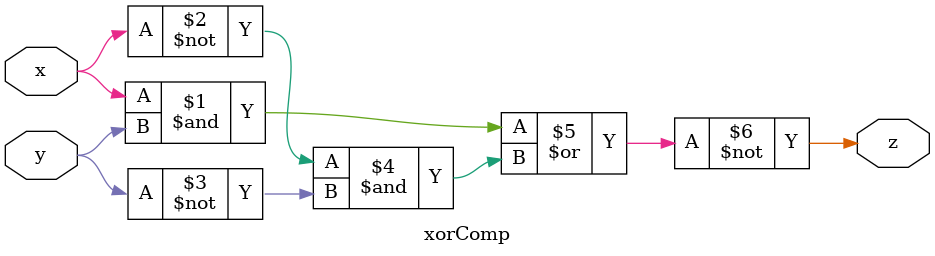
<source format=v>
module xorGate;
    	reg x; 	// Inputx
    	reg y;  // Inputy
    	wire z; // Outputz
    	xorComp uut (
    		.x(x), 
    		.y(y), 
    		.z(z)
    	);
        initial begin // Initialize Inputs
       	x = 0;
    	y = 0;
    	#20 y = 1;
        #20 y=0;
            x=1;
        #20 x = 1;
            y=1;	
    	//#20 x = 1;	  
    	//#40;
        end  
        	initial begin
		 $dumpfile("xorGate.vcd");
		 $dumpvars(0, xorGate);
		 $display("INPUT\tOUTPUT");
    		 $monitor("x=%d,y=%d,z=%d \n",x,y,z);
    		 end
      endmodule
        module xorComp(
        input x,
        input y,
        output z
        );
     assign z = ~((x&y)|(~x&~y));
     endmodule

</source>
